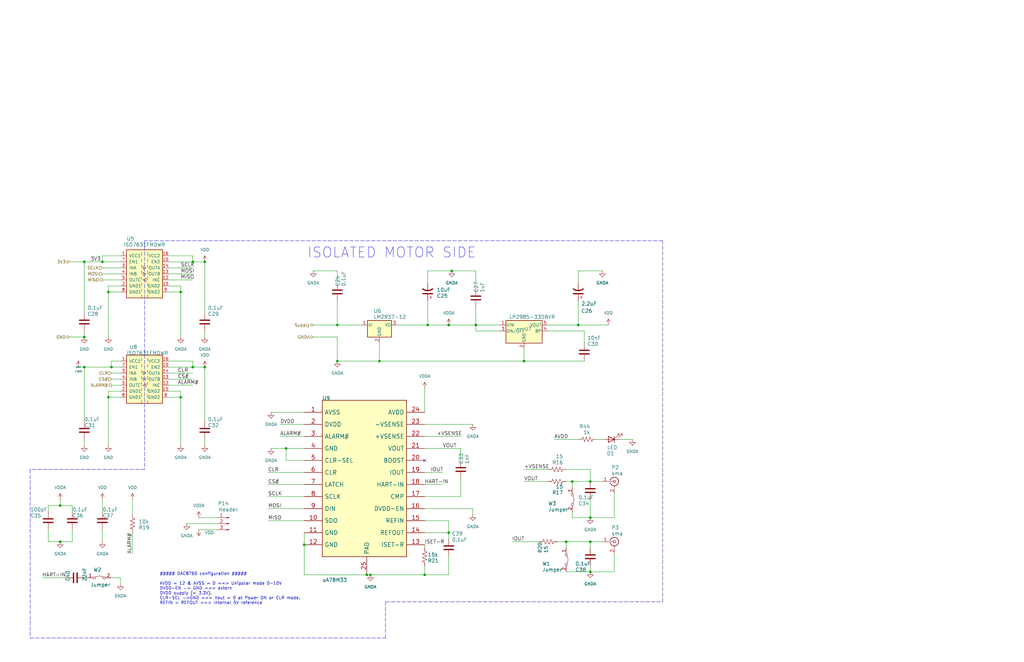
<source format=kicad_sch>
(kicad_sch (version 20211123) (generator eeschema)
  (paper "B")
  (title_block (title "DAC") (date "07 07 2021"))
  (lib_symbols
    (symbol "Connector:Conn_01x03_Male" (pin_names (offset 1.016) hide)
      (property "Reference" "J" (at 0 5.08 0))
      (property "Value" "Conn_01x03_Male" (at 0 -5.08 0))
      (symbol "Conn_01x03_Male_1_1"
        (polyline (pts (xy 1.27 -2.54) (xy 0.8636 -2.54)) (stroke (width 0.1524)))
        (polyline (pts (xy 1.27 0) (xy 0.8636 0)) (stroke (width 0.1524)))
        (polyline (pts (xy 1.27 2.54) (xy 0.8636 2.54)) (stroke (width 0.1524)))
        (rectangle (start 0.8636 -2.413) (end 0 -2.667) (stroke (width 0.1524)) (fill (type outline)))
        (rectangle (start 0.8636 0.127) (end 0 -0.127) (stroke (width 0.1524)) (fill (type outline)))
        (rectangle (start 0.8636 2.667) (end 0 2.413) (stroke (width 0.1524)) (fill (type outline)))
        (pin passive line (at 5.08 2.54 180) (length 3.81) (name "Pin_1") (number "1"))
        (pin passive line (at 5.08 0 180) (length 3.81) (name "Pin_2") (number "2"))
        (pin passive line (at 5.08 -2.54 180) (length 3.81) (name "Pin_3") (number "3"))
      )
    )
    (symbol "Connector:Conn_Coaxial" (pin_names (offset 1.016) hide)
      (property "Reference" "J" (at 0.254 3.048 0))
      (property "Value" "Conn_Coaxial" (at 2.921 0 90))
      (symbol "Conn_Coaxial_0_1"
        (arc (start -1.778 -0.508) (mid 0.222 -1.808) (end 1.778 0) (stroke (width 0.254)))
        (polyline (pts (xy -2.54 0) (xy -0.508 0)))
        (polyline (pts (xy 0 -2.54) (xy 0 -1.778)))
        (circle (center 0 0) (radius 0.508) (stroke (width 0.2032)))
        (arc (start 1.778 0) (mid 0.2221 1.8083) (end -1.778 0.508) (stroke (width 0.254)))
      )
      (symbol "Conn_Coaxial_1_1"
        (pin passive line (at -5.08 0 0) (length 2.54) (name "In") (number "1"))
        (pin passive line (at 0 -5.08 90) (length 2.54) (name "Ext") (number "2"))
      )
    )
    (symbol "DAC8760:DAC8760-" (pin_names (offset 1.016))
      (property "Reference" "U9" (at -40.64 22.86 0))
      (property "Value" "DAC8760" (at -40.64 -53.848 0))
      (symbol "DAC8760-_0_1"
        (rectangle (start -40.64 -43.18) (end -5.08 22.86) (stroke (width 0.254)) (fill (type background)))
        (pin passive line (at -48.26 17.78 0) (length 7.62) (name "AVSS") (number "1"))
        (pin passive line (at -48.26 -27.94 0) (length 7.62) (name "SDO") (number "10"))
        (pin passive line (at -48.26 -33.02 0) (length 7.62) (name "GND") (number "11"))
        (pin passive line (at -48.26 -38.1 0) (length 7.62) (name "GND") (number "12"))
        (pin passive line (at 2.54 -38.1 180) (length 7.62) (name "ISET-R") (number "13"))
        (pin passive line (at 2.54 -33.02 180) (length 7.62) (name "REFOUT") (number "14"))
        (pin passive line (at 2.54 -27.94 180) (length 7.62) (name "REFIN") (number "15"))
        (pin passive line (at 2.54 -22.86 180) (length 7.62) (name "DVDD-EN") (number "16"))
        (pin passive line (at 2.54 -17.78 180) (length 7.62) (name "CMP") (number "17"))
        (pin passive line (at 2.54 -12.7 180) (length 7.62) (name "HART-IN") (number "18"))
        (pin passive line (at 2.54 -7.62 180) (length 7.62) (name "IOUT") (number "19"))
        (pin passive line (at -48.26 12.7 0) (length 7.62) (name "DVDD") (number "2"))
        (pin passive line (at 2.54 -2.54 180) (length 7.62) (name "BOOST") (number "20"))
        (pin passive line (at 2.54 2.54 180) (length 7.62) (name "VOUT") (number "21"))
        (pin passive line (at 2.54 7.62 180) (length 7.62) (name "+VSENSE") (number "22"))
        (pin passive line (at 2.54 12.7 180) (length 7.62) (name "-VSENSE") (number "23"))
        (pin passive line (at 2.54 17.78 180) (length 7.62) (name "AVDD") (number "24"))
        (pin passive line (at -21.844 -50.8 90) (length 7.62) (name "PAD") (number "25"))
        (pin passive line (at -48.26 7.62 0) (length 7.62) (name "ALARM#") (number "3"))
        (pin passive line (at -48.26 2.54 0) (length 7.62) (name "GND") (number "4"))
        (pin passive line (at -48.26 -2.54 0) (length 7.62) (name "CLR-SEL") (number "5"))
        (pin passive line (at -48.26 -7.62 0) (length 7.62) (name "CLR") (number "6"))
        (pin passive line (at -48.26 -12.7 0) (length 7.62) (name "LATCH") (number "7"))
        (pin passive line (at -48.26 -17.78 0) (length 7.62) (name "SCLK") (number "8"))
        (pin passive line (at -48.26 -22.86 0) (length 7.62) (name "DIN") (number "9"))
      )
    )
    (symbol "Device:C" (pin_numbers hide) (pin_names (offset 0.254))
      (property "Reference" "C" (at 0.635 2.54 0))
      (property "Value" "C" (at 0.635 -2.54 0))
      (symbol "C_0_1"
        (polyline (pts (xy -2.032 -0.762) (xy 2.032 -0.762)) (stroke (width 0.508)))
        (polyline (pts (xy -2.032 0.762) (xy 2.032 0.762)) (stroke (width 0.508)))
      )
      (symbol "C_1_1"
        (pin passive line (at 0 3.81 270) (length 2.794) (name "~") (number "1"))
        (pin passive line (at 0 -3.81 90) (length 2.794) (name "~") (number "2"))
      )
    )
    (symbol "Device:C_Polarized_US" (pin_numbers hide) (pin_names (offset 0.254) hide)
      (property "Reference" "C" (at 0.635 2.54 0))
      (property "Value" "C_Polarized_US" (at 0.635 -2.54 0))
      (symbol "C_Polarized_US_0_1"
        (polyline (pts (xy -2.032 0.762) (xy 2.032 0.762)) (stroke (width 0.508)))
        (polyline (pts (xy -1.778 2.286) (xy -0.762 2.286)))
        (polyline (pts (xy -1.27 1.778) (xy -1.27 2.794)))
        (arc (start 2.032 -1.27) (mid 0 -0.5572) (end -2.032 -1.27) (stroke (width 0.508)))
      )
      (symbol "C_Polarized_US_1_1"
        (pin passive line (at 0 3.81 270) (length 2.794) (name "~") (number "1"))
        (pin passive line (at 0 -3.81 90) (length 3.302) (name "~") (number "2"))
      )
    )
    (symbol "Device:LED" (pin_numbers hide) (pin_names (offset 1.016) hide)
      (property "Reference" "D" (at 0 2.54 0))
      (property "Value" "LED" (at 0 -2.54 0))
      (symbol "LED_0_1"
        (polyline (pts (xy -1.27 -1.27) (xy -1.27 1.27)) (stroke (width 0.254)))
        (polyline (pts (xy -1.27 0) (xy 1.27 0)))
        (polyline (pts (xy 1.27 -1.27) (xy 1.27 1.27) (xy -1.27 0) (xy 1.27 -1.27)) (stroke (width 0.254)))
        (polyline (pts (xy -3.048 -0.762) (xy -4.572 -2.286) (xy -3.81 -2.286) (xy -4.572 -2.286) (xy -4.572 -1.524)))
        (polyline (pts (xy -1.778 -0.762) (xy -3.302 -2.286) (xy -2.54 -2.286) (xy -3.302 -2.286) (xy -3.302 -1.524)))
      )
      (symbol "LED_1_1"
        (pin passive line (at -3.81 0 0) (length 2.54) (name "K") (number "1"))
        (pin passive line (at 3.81 0 180) (length 2.54) (name "A") (number "2"))
      )
    )
    (symbol "Device:R_US" (pin_numbers hide) (pin_names (offset 0))
      (property "Reference" "R" (at 2.54 0 90))
      (property "Value" "R_US" (at -2.54 0 90))
      (symbol "R_US_0_1"
        (polyline (pts (xy 0 -2.286) (xy 0 -2.54)))
        (polyline (pts (xy 0 2.286) (xy 0 2.54)))
        (polyline (pts (xy 0 -0.762) (xy 1.016 -1.143) (xy 0 -1.524) (xy -1.016 -1.905) (xy 0 -2.286)))
        (polyline (pts (xy 0 0.762) (xy 1.016 0.381) (xy 0 0) (xy -1.016 -0.381) (xy 0 -0.762)))
        (polyline (pts (xy 0 2.286) (xy 1.016 1.905) (xy 0 1.524) (xy -1.016 1.143) (xy 0 0.762)))
      )
      (symbol "R_US_1_1"
        (pin passive line (at 0 3.81 270) (length 1.27) (name "~") (number "1"))
        (pin passive line (at 0 -3.81 90) (length 1.27) (name "~") (number "2"))
      )
    )
    (symbol "Isolator:ISO7331FC" (pin_names (offset 1.016))
      (property "Reference" "U" (at -6.35 11.43 0))
      (property "Value" "ISO7331FC" (at 6.858 11.43 0))
      (symbol "ISO7331FC_0_1"
        (rectangle (start -7.62 10.16) (end 7.62 -10.16) (stroke (width 0.254)) (fill (type background)))
        (polyline (pts (xy -1.27 -8.89) (xy -1.27 -10.16)))
        (polyline (pts (xy -1.27 -6.35) (xy -1.27 -7.62)))
        (polyline (pts (xy -1.27 -3.81) (xy -1.27 -5.08)))
        (polyline (pts (xy -1.27 -1.27) (xy -1.27 -2.54)))
        (polyline (pts (xy -1.27 1.27) (xy -1.27 0)))
        (polyline (pts (xy -1.27 3.81) (xy -1.27 2.54)))
        (polyline (pts (xy -1.27 6.35) (xy -1.27 5.08)))
        (polyline (pts (xy -1.27 8.89) (xy -1.27 7.62)))
        (polyline (pts (xy 1.27 -8.89) (xy 1.27 -10.16)))
        (polyline (pts (xy 1.27 -6.35) (xy 1.27 -7.62)))
        (polyline (pts (xy 1.27 -3.81) (xy 1.27 -5.08)))
        (polyline (pts (xy 1.27 -1.27) (xy 1.27 -2.54)))
        (polyline (pts (xy 1.27 1.27) (xy 1.27 0)))
        (polyline (pts (xy 1.27 3.81) (xy 1.27 2.54)))
        (polyline (pts (xy 1.27 6.35) (xy 1.27 5.08)))
        (polyline (pts (xy 1.27 8.89) (xy 1.27 7.62)))
        (polyline (pts (xy -0.635 -2.54) (xy 0.635 -1.905) (xy 0.635 -3.175) (xy -0.635 -2.54)))
        (polyline (pts (xy -0.635 0.635) (xy -0.635 -0.635) (xy 0.635 0) (xy -0.635 0.635)))
        (polyline (pts (xy -0.635 3.175) (xy -0.635 1.905) (xy 0.635 2.54) (xy -0.635 3.175)))
      )
      (symbol "ISO7331FC_1_1"
        (pin power_in line (at -10.16 7.62 0) (length 2.54) (name "VCC1") (number "1"))
        (pin input line (at 10.16 5.08 180) (length 2.54) (name "EN2") (number "10"))
        (pin no_connect line (at 0 10.16 270) (length 2.54) hide (name "NC") (number "11"))
        (pin input line (at 10.16 -2.54 180) (length 2.54) (name "INC") (number "12"))
        (pin output line (at 10.16 0 180) (length 2.54) (name "OUTB") (number "13"))
        (pin output line (at 10.16 2.54 180) (length 2.54) (name "OUTA") (number "14"))
        (pin power_in line (at 10.16 -5.08 180) (length 2.54) (name "GND2") (number "15"))
        (pin power_in line (at 10.16 7.62 180) (length 2.54) (name "VCC2") (number "16"))
        (pin power_in line (at -10.16 -5.08 0) (length 2.54) (name "GND1") (number "2"))
        (pin input line (at -10.16 2.54 0) (length 2.54) (name "INA") (number "3"))
        (pin input line (at -10.16 0 0) (length 2.54) (name "INB") (number "4"))
        (pin output line (at -10.16 -2.54 0) (length 2.54) (name "OUTC") (number "5"))
        (pin no_connect line (at 0 -10.16 90) (length 2.54) hide (name "NC") (number "6"))
        (pin input line (at -10.16 5.08 0) (length 2.54) (name "EN1") (number "7"))
        (pin power_in line (at -10.16 -7.62 0) (length 2.54) (name "GND1") (number "8"))
        (pin power_in line (at 10.16 -7.62 180) (length 2.54) (name "GND2") (number "9"))
      )
    )
    (symbol "Jumper:Jumper_2_Bridged" (pin_names (offset 0) hide)
      (property "Reference" "JP" (at 0 1.905 0))
      (property "Value" "Jumper_2_Bridged" (at 0 -2.54 0))
      (symbol "Jumper_2_Bridged_0_0"
        (circle (center -2.032 0) (radius 0.508))
        (circle (center 2.032 0) (radius 0.508))
      )
      (symbol "Jumper_2_Bridged_0_1"
        (arc (start 1.524 0.254) (mid 0 0.762) (end -1.524 0.254))
      )
      (symbol "Jumper_2_Bridged_1_1"
        (pin passive line (at -5.08 0 0) (length 2.54) (name "A") (number "1"))
        (pin passive line (at 5.08 0 180) (length 2.54) (name "B") (number "2"))
      )
    )
    (symbol "Regulator_Linear:LM2937xMP" (pin_names (offset 0.254))
      (property "Reference" "U" (at -3.81 3.175 0))
      (property "Value" "LM2937xMP" (at 0 3.175 0))
      (symbol "LM2937xMP_0_1"
        (rectangle (start -5.08 -5.08) (end 5.08 1.905) (stroke (width 0.254)) (fill (type background)))
      )
      (symbol "LM2937xMP_1_1"
        (pin power_in line (at -7.62 0 0) (length 2.54) (name "VI") (number "1"))
        (pin power_in line (at 0 -7.62 90) (length 2.54) (name "GND") (number "2"))
        (pin power_out line (at 7.62 0 180) (length 2.54) (name "VO") (number "3"))
      )
    )
    (symbol "Regulator_Linear:LP2985-3.3" (pin_names (offset 0.254))
      (property "Reference" "U" (at -6.35 5.715 0))
      (property "Value" "LP2985-3.3" (at 0 5.715 0))
      (symbol "LP2985-3.3_0_1"
        (rectangle (start -7.62 -5.08) (end 7.62 4.445) (stroke (width 0.254)) (fill (type background)))
      )
      (symbol "LP2985-3.3_1_1"
        (pin power_in line (at -10.16 2.54 0) (length 2.54) (name "VIN") (number "1"))
        (pin power_in line (at 0 -7.62 90) (length 2.54) (name "GND") (number "2"))
        (pin input line (at -10.16 0 0) (length 2.54) (name "ON/~{OFF}") (number "3"))
        (pin input line (at 10.16 0 180) (length 2.54) (name "BP") (number "4"))
        (pin power_out line (at 10.16 2.54 180) (length 2.54) (name "VOUT") (number "5"))
      )
    )
    (symbol "power:+3V3" (power) (pin_names (offset 0))
      (property "Value" "+3V3" (at 0 3.556 0))
      (symbol "+3V3_0_1"
        (polyline (pts (xy -0.762 1.27) (xy 0 2.54)))
        (polyline (pts (xy 0 0) (xy 0 2.54)))
        (polyline (pts (xy 0 2.54) (xy 0.762 1.27)))
      )
      (symbol "+3V3_1_1"
        (pin power_in line (at 0 0 90) (length 0) hide (name "+3V3") (number "1"))
      )
    )
    (symbol "power:GND" (power) (pin_names (offset 0))
      (property "Value" "GND" (at 0 -3.81 0))
      (symbol "GND_0_1"
        (polyline (pts (xy 0 0) (xy 0 -1.27) (xy 1.27 -1.27) (xy 0 -2.54) (xy -1.27 -1.27) (xy 0 -1.27)))
      )
      (symbol "GND_1_1"
        (pin power_in line (at 0 0 270) (length 0) hide (name "GND") (number "1"))
      )
    )
    (symbol "power:GNDA" (power) (pin_names (offset 0))
      (property "Value" "GNDA" (at 0 -3.81 0))
      (symbol "GNDA_0_1"
        (polyline (pts (xy 0 0) (xy 0 -1.27) (xy 1.27 -1.27) (xy 0 -2.54) (xy -1.27 -1.27) (xy 0 -1.27)))
      )
      (symbol "GNDA_1_1"
        (pin power_in line (at 0 0 270) (length 0) hide (name "GNDA") (number "1"))
      )
    )
    (symbol "power:VDD" (power) (pin_names (offset 0))
      (property "Value" "VDD" (at 0 3.81 0))
      (symbol "VDD_0_1"
        (polyline (pts (xy -0.762 1.27) (xy 0 2.54)))
        (polyline (pts (xy 0 0) (xy 0 2.54)))
        (polyline (pts (xy 0 2.54) (xy 0.762 1.27)))
      )
      (symbol "VDD_1_1"
        (pin power_in line (at 0 0 90) (length 0) hide (name "VDD") (number "1"))
      )
    )
    (symbol "power:VDDA" (power) (pin_names (offset 0))
      (property "Value" "VDDA" (at 0 3.81 0))
      (symbol "VDDA_0_1"
        (polyline (pts (xy -0.762 1.27) (xy 0 2.54)))
        (polyline (pts (xy 0 0) (xy 0 2.54)))
        (polyline (pts (xy 0 2.54) (xy 0.762 1.27)))
      )
      (symbol "VDDA_1_1"
        (pin power_in line (at 0 0 90) (length 0) hide (name "VDDA") (number "1"))
      )
    )
  )
  (junction (at 45.72 167.64))
  (junction (at 154.686 242.57))
  (junction (at 189.23 224.79))
  (junction (at 190.5 114.3))
  (junction (at 86.36 110.49))
  (junction (at 81.28 154.94))
  (junction (at 238.76 228.6))
  (junction (at 25.4 228.6))
  (junction (at 128.27 229.87))
  (junction (at 189.23 137.16))
  (junction (at 76.2 123.19))
  (junction (at 248.92 228.6))
  (junction (at 25.4 213.36))
  (junction (at 156.21 242.57))
  (junction (at 81.28 110.49))
  (junction (at 86.36 154.94))
  (junction (at 200.66 137.16))
  (junction (at 120.65 189.23))
  (junction (at 45.72 123.19))
  (junction (at 43.18 110.49))
  (junction (at 142.24 152.4))
  (junction (at 248.92 218.44))
  (junction (at 180.34 137.16))
  (junction (at 160.02 152.4))
  (junction (at 179.07 242.57))
  (junction (at 220.98 152.4))
  (junction (at 35.56 142.24))
  (junction (at 248.92 241.3))
  (junction (at 35.56 154.94))
  (junction (at 243.84 137.16))
  (junction (at 142.24 137.16))
  (junction (at 46.99 154.94))
  (junction (at 248.92 203.2))
  (junction (at 35.56 110.49))
  (junction (at 76.2 167.64))
  (junction (at 241.3 203.2))
  (no_connect (at 179.07 194.31))
  (wire (pts (xy 46.99 152.4) (xy 50.8 152.4)))
  (wire (pts (xy 243.84 114.3) (xy 243.84 119.38)))
  (wire (pts (xy 142.24 142.24) (xy 142.24 152.4)))
  (wire (pts (xy 142.24 137.16) (xy 142.24 127)))
  (wire (pts (xy 81.28 157.48) (xy 71.12 157.48)))
  (wire (pts (xy 30.48 213.36) (xy 25.4 213.36)))
  (wire (pts (xy 248.92 228.6) (xy 254 228.6)))
  (wire (pts (xy 246.38 152.4) (xy 220.98 152.4)))
  (wire (pts (xy 43.18 215.9) (xy 43.18 210.82)))
  (wire (pts (xy 71.12 167.64) (xy 76.2 167.64)))
  (wire (pts (xy 200.66 137.16) (xy 200.66 139.7)))
  (polyline (pts (xy 60.96 198.12) (xy 12.7 198.12)))
  (wire (pts (xy 43.18 115.57) (xy 50.8 115.57)))
  (wire (pts (xy 180.34 114.3) (xy 190.5 114.3)))
  (wire (pts (xy 76.2 123.19) (xy 76.2 142.24)))
  (wire (pts (xy 81.28 154.94) (xy 81.28 152.4)))
  (wire (pts (xy 120.65 194.31) (xy 128.27 194.31)))
  (wire (pts (xy 71.12 110.49) (xy 81.28 110.49)))
  (wire (pts (xy 189.23 224.79) (xy 179.07 224.79)))
  (wire (pts (xy 190.5 114.3) (xy 200.66 114.3)))
  (wire (pts (xy 86.36 142.24) (xy 86.36 139.7)))
  (wire (pts (xy 194.31 194.31) (xy 194.31 189.23)))
  (wire (pts (xy 179.07 242.57) (xy 156.21 242.57)))
  (wire (pts (xy 241.3 203.2) (xy 241.3 205.74)))
  (wire (pts (xy 46.99 157.48) (xy 50.8 157.48)))
  (wire (pts (xy 167.64 137.16) (xy 180.34 137.16)))
  (wire (pts (xy 83.82 218.44) (xy 91.44 218.44)))
  (wire (pts (xy 238.76 241.3) (xy 248.92 241.3)))
  (wire (pts (xy 118.11 179.07) (xy 128.27 179.07)))
  (wire (pts (xy 220.98 203.2) (xy 231.14 203.2)))
  (wire (pts (xy 45.72 165.1) (xy 50.8 165.1)))
  (wire (pts (xy 142.24 152.4) (xy 160.02 152.4)))
  (wire (pts (xy 220.98 152.4) (xy 220.98 147.32)))
  (wire (pts (xy 45.72 167.64) (xy 50.8 167.64)))
  (wire (pts (xy 200.66 137.16) (xy 200.66 129.54)))
  (wire (pts (xy 199.39 179.07) (xy 179.07 179.07)))
  (wire (pts (xy 248.92 241.3) (xy 259.08 241.3)))
  (wire (pts (xy 35.56 154.94) (xy 35.56 177.8)))
  (wire (pts (xy 248.92 218.44) (xy 259.08 218.44)))
  (wire (pts (xy 156.21 242.57) (xy 154.686 242.57)))
  (wire (pts (xy 29.21 110.49) (xy 35.56 110.49)))
  (wire (pts (xy 180.34 114.3) (xy 180.34 119.38)))
  (wire (pts (xy 248.92 203.2) (xy 248.92 198.12)))
  (wire (pts (xy 86.36 187.96) (xy 86.36 185.42)))
  (polyline (pts (xy 12.7 269.24) (xy 162.56 269.24)))
  (wire (pts (xy 43.18 223.52) (xy 43.18 228.6)))
  (wire (pts (xy 248.92 198.12) (xy 238.76 198.12)))
  (wire (pts (xy 71.12 154.94) (xy 81.28 154.94)))
  (wire (pts (xy 120.65 189.23) (xy 120.65 194.31)))
  (wire (pts (xy 231.14 137.16) (xy 243.84 137.16)))
  (wire (pts (xy 261.62 185.42) (xy 266.7 185.42)))
  (wire (pts (xy 189.23 224.79) (xy 189.23 227.33)))
  (wire (pts (xy 132.08 142.24) (xy 142.24 142.24)))
  (wire (pts (xy 189.23 137.16) (xy 200.66 137.16)))
  (wire (pts (xy 71.12 118.11) (xy 81.28 118.11)))
  (wire (pts (xy 259.08 218.44) (xy 259.08 208.28)))
  (wire (pts (xy 50.8 243.84) (xy 46.99 243.84)))
  (wire (pts (xy 113.03 209.55) (xy 128.27 209.55)))
  (wire (pts (xy 35.56 154.94) (xy 46.99 154.94)))
  (wire (pts (xy 194.31 209.55) (xy 194.31 201.93)))
  (wire (pts (xy 35.56 142.24) (xy 35.56 139.7)))
  (wire (pts (xy 35.56 110.49) (xy 35.56 132.08)))
  (wire (pts (xy 179.07 238.76) (xy 179.07 242.57)))
  (wire (pts (xy 199.39 214.63) (xy 179.07 214.63)))
  (wire (pts (xy 220.98 152.4) (xy 160.02 152.4)))
  (wire (pts (xy 189.23 234.95) (xy 189.23 242.57)))
  (wire (pts (xy 238.76 228.6) (xy 238.76 231.14)))
  (wire (pts (xy 233.68 185.42) (xy 243.84 185.42)))
  (wire (pts (xy 200.66 139.7) (xy 210.82 139.7)))
  (wire (pts (xy 231.14 139.7) (xy 246.38 139.7)))
  (wire (pts (xy 43.18 107.95) (xy 50.8 107.95)))
  (wire (pts (xy 114.3 189.23) (xy 120.65 189.23)))
  (wire (pts (xy 46.99 162.56) (xy 50.8 162.56)))
  (wire (pts (xy 46.99 154.94) (xy 46.99 152.4)))
  (polyline (pts (xy 279.4 254) (xy 279.4 101.6)))
  (wire (pts (xy 215.9 228.6) (xy 227.33 228.6)))
  (wire (pts (xy 86.36 154.94) (xy 81.28 154.94)))
  (wire (pts (xy 55.88 217.17) (xy 55.88 210.82)))
  (wire (pts (xy 248.92 203.2) (xy 254 203.2)))
  (wire (pts (xy 43.18 110.49) (xy 35.56 110.49)))
  (wire (pts (xy 113.03 204.47) (xy 128.27 204.47)))
  (wire (pts (xy 200.66 137.16) (xy 210.82 137.16)))
  (wire (pts (xy 71.12 113.03) (xy 81.28 113.03)))
  (wire (pts (xy 259.08 241.3) (xy 259.08 233.68)))
  (wire (pts (xy 254 114.3) (xy 243.84 114.3)))
  (wire (pts (xy 194.31 184.15) (xy 179.07 184.15)))
  (wire (pts (xy 76.2 167.64) (xy 76.2 187.96)))
  (wire (pts (xy 81.28 110.49) (xy 86.36 110.49)))
  (wire (pts (xy 251.46 185.42) (xy 254 185.42)))
  (wire (pts (xy 179.07 231.14) (xy 179.07 229.87)))
  (wire (pts (xy 71.12 165.1) (xy 76.2 165.1)))
  (wire (pts (xy 113.03 214.63) (xy 128.27 214.63)))
  (wire (pts (xy 83.82 223.52) (xy 91.44 223.52)))
  (wire (pts (xy 118.11 184.15) (xy 128.27 184.15)))
  (wire (pts (xy 36.83 243.84) (xy 35.56 243.84)))
  (wire (pts (xy 142.24 137.16) (xy 152.4 137.16)))
  (wire (pts (xy 45.72 123.19) (xy 50.8 123.19)))
  (wire (pts (xy 86.36 154.94) (xy 86.36 177.8)))
  (wire (pts (xy 71.12 152.4) (xy 81.28 152.4)))
  (wire (pts (xy 35.56 187.96) (xy 35.56 185.42)))
  (wire (pts (xy 45.72 123.19) (xy 45.72 142.24)))
  (wire (pts (xy 78.74 220.98) (xy 91.44 220.98)))
  (wire (pts (xy 241.3 218.44) (xy 241.3 215.9)))
  (wire (pts (xy 81.28 107.95) (xy 81.28 110.49)))
  (wire (pts (xy 220.98 198.12) (xy 231.14 198.12)))
  (wire (pts (xy 25.4 213.36) (xy 25.4 210.82)))
  (wire (pts (xy 43.18 110.49) (xy 43.18 107.95)))
  (wire (pts (xy 43.18 118.11) (xy 50.8 118.11)))
  (wire (pts (xy 71.12 115.57) (xy 81.28 115.57)))
  (wire (pts (xy 114.3 173.99) (xy 128.27 173.99)))
  (wire (pts (xy 179.07 209.55) (xy 194.31 209.55)))
  (wire (pts (xy 128.27 229.87) (xy 128.27 242.57)))
  (wire (pts (xy 20.32 213.36) (xy 20.32 215.9)))
  (wire (pts (xy 113.03 219.71) (xy 128.27 219.71)))
  (wire (pts (xy 25.4 213.36) (xy 20.32 213.36)))
  (wire (pts (xy 256.54 137.16) (xy 243.84 137.16)))
  (polyline (pts (xy 12.7 198.12) (xy 12.7 269.24)))
  (wire (pts (xy 241.3 203.2) (xy 248.92 203.2)))
  (wire (pts (xy 241.3 218.44) (xy 248.92 218.44)))
  (wire (pts (xy 238.76 203.2) (xy 241.3 203.2)))
  (wire (pts (xy 142.24 114.3) (xy 132.08 114.3)))
  (polyline (pts (xy 162.56 254) (xy 279.4 254)))
  (wire (pts (xy 189.23 219.71) (xy 189.23 224.79)))
  (wire (pts (xy 248.92 218.44) (xy 248.92 210.82)))
  (wire (pts (xy 20.32 228.6) (xy 20.32 223.52)))
  (wire (pts (xy 25.4 228.6) (xy 30.48 228.6)))
  (wire (pts (xy 81.28 162.56) (xy 71.12 162.56)))
  (wire (pts (xy 199.39 217.17) (xy 199.39 214.63)))
  (wire (pts (xy 17.78 243.84) (xy 27.94 243.84)))
  (wire (pts (xy 86.36 110.49) (xy 86.36 132.08)))
  (wire (pts (xy 132.08 137.16) (xy 142.24 137.16)))
  (polyline (pts (xy 60.96 101.6) (xy 60.96 198.12)))
  (wire (pts (xy 128.27 229.87) (xy 128.27 224.79)))
  (wire (pts (xy 76.2 165.1) (xy 76.2 167.64)))
  (wire (pts (xy 248.92 231.14) (xy 248.92 228.6)))
  (wire (pts (xy 154.686 242.57) (xy 128.27 242.57)))
  (wire (pts (xy 234.95 228.6) (xy 238.76 228.6)))
  (wire (pts (xy 45.72 167.64) (xy 45.72 187.96)))
  (wire (pts (xy 55.88 233.68) (xy 55.88 224.79)))
  (wire (pts (xy 29.21 142.24) (xy 35.56 142.24)))
  (wire (pts (xy 81.28 160.02) (xy 71.12 160.02)))
  (wire (pts (xy 179.07 219.71) (xy 189.23 219.71)))
  (wire (pts (xy 113.03 199.39) (xy 128.27 199.39)))
  (wire (pts (xy 43.18 113.03) (xy 50.8 113.03)))
  (polyline (pts (xy 162.56 269.24) (xy 162.56 254)))
  (wire (pts (xy 71.12 120.65) (xy 76.2 120.65)))
  (wire (pts (xy 76.2 120.65) (xy 76.2 123.19)))
  (wire (pts (xy 180.34 127) (xy 180.34 137.16)))
  (wire (pts (xy 186.69 199.39) (xy 179.07 199.39)))
  (wire (pts (xy 71.12 123.19) (xy 76.2 123.19)))
  (wire (pts (xy 30.48 215.9) (xy 30.48 213.36)))
  (wire (pts (xy 180.34 137.16) (xy 189.23 137.16)))
  (wire (pts (xy 189.23 242.57) (xy 179.07 242.57)))
  (polyline (pts (xy 279.4 101.6) (xy 60.96 101.6)))
  (wire (pts (xy 120.65 189.23) (xy 128.27 189.23)))
  (wire (pts (xy 46.99 154.94) (xy 50.8 154.94)))
  (wire (pts (xy 20.32 228.6) (xy 25.4 228.6)))
  (wire (pts (xy 50.8 246.38) (xy 50.8 243.84)))
  (wire (pts (xy 33.02 154.94) (xy 35.56 154.94)))
  (wire (pts (xy 248.92 241.3) (xy 248.92 238.76)))
  (wire (pts (xy 238.76 228.6) (xy 248.92 228.6)))
  (wire (pts (xy 186.69 204.47) (xy 179.07 204.47)))
  (wire (pts (xy 43.18 110.49) (xy 50.8 110.49)))
  (wire (pts (xy 142.24 119.38) (xy 142.24 114.3)))
  (wire (pts (xy 71.12 107.95) (xy 81.28 107.95)))
  (wire (pts (xy 200.66 121.92) (xy 200.66 114.3)))
  (wire (pts (xy 160.02 144.78) (xy 160.02 152.4)))
  (wire (pts (xy 46.99 160.02) (xy 50.8 160.02)))
  (wire (pts (xy 194.31 189.23) (xy 179.07 189.23)))
  (wire (pts (xy 246.38 139.7) (xy 246.38 144.78)))
  (wire (pts (xy 243.84 137.16) (xy 243.84 127)))
  (wire (pts (xy 30.48 223.52) (xy 30.48 228.6)))
  (wire (pts (xy 45.72 165.1) (xy 45.72 167.64)))
  (wire (pts (xy 45.72 120.65) (xy 50.8 120.65)))
  (wire (pts (xy 45.72 120.65) (xy 45.72 123.19)))
  (wire (pts (xy 179.07 163.83) (xy 179.07 173.99)))
  (text "##### DAC8760 configuration #####    \n\nAVDD = 12 & AVSS = 0 ==> Unipolar mode 0-10V  \nDVDD-EN -> GND ==> extern \nDVDD supply (= 3.3V).    \nCLR-SEL ->GND ==> Vout = 0 at Power ON or CLR mode.  \nREFIN = REFOUT ==> Internal 5V reference" (at 67.31 255.27 0) (effects (font (size 1.27 1.27)) (justify left bottom)))
  (text "ISOLATED MOTOR SIDE" (at 129.54 109.22 0) (effects (font (size 4.2672 4.2672)) (justify left bottom)))
  (label "CLR" (at 74.93 157.48 0) (effects (font (size 1.524 1.524))))
  (label "CS#" (at 74.93 160.02 0) (effects (font (size 1.524 1.524))))
  (label "+VSENSE" (at 220.98 198.12 0) (effects (font (size 1.524 1.524))))
  (label "CLR" (at 113.03 199.39 0) (effects (font (size 1.524 1.524))))
  (label "SCLK" (at 76.2 113.03 0) (effects (font (size 1.524 1.524))))
  (label "ALARM#" (at 74.93 162.56 0) (effects (font (size 1.524 1.524))))
  (label "CS#" (at 113.03 204.47 0) (effects (font (size 1.524 1.524))))
  (label "MISO" (at 76.2 118.11 0) (effects (font (size 1.524 1.524))))
  (label "ALARM#" (at 118.11 184.15 0) (effects (font (size 1.524 1.524))))
  (label "AVDD" (at 233.68 185.42 0) (effects (font (size 1.524 1.524))))
  (label "ISET-R" (at 179.07 229.87 0) (effects (font (size 1.524 1.524))))
  (label "DVDD" (at 118.11 179.07 0) (effects (font (size 1.524 1.524))))
  (label "MISO" (at 113.03 219.71 0) (effects (font (size 1.524 1.524))))
  (label "MOSI" (at 113.03 214.63 0) (effects (font (size 1.524 1.524))))
  (label "VOUT" (at 186.69 189.23 0) (effects (font (size 1.524 1.524))))
  (label "HART-IN" (at 179.07 204.47 0) (effects (font (size 1.524 1.524))))
  (label "3V3" (at 38.1 110.49 0) (effects (font (size 1.524 1.524))))
  (label "VOUT" (at 220.98 203.2 0) (effects (font (size 1.524 1.524))))
  (label "HART-IN" (at 17.78 243.84 0) (effects (font (size 1.524 1.524))))
  (label "SCLK" (at 113.03 209.55 0) (effects (font (size 1.524 1.524))))
  (label "IOUT" (at 181.61 199.39 0) (effects (font (size 1.524 1.524))))
  (label "IOUT" (at 215.9 228.6 0) (effects (font (size 1.524 1.524))))
  (label "+VSENSE" (at 184.15 184.15 0) (effects (font (size 1.524 1.524))))
  (label "ALARM#" (at 55.88 233.68 90) (effects (font (size 1.524 1.524))))
  (label "MOSI" (at 76.2 115.57 0) (effects (font (size 1.524 1.524))))
  (hierarchical_label "3V3" (shape bidirectional) (at 29.21 110.49 180))
  (hierarchical_label "Supply" (shape bidirectional) (at 132.08 137.16 180))
  (hierarchical_label "GNDA" (shape bidirectional) (at 132.08 142.24 180))
  (hierarchical_label "GND" (shape bidirectional) (at 29.21 142.24 180))
  (hierarchical_label "SCLK" (shape input) (at 43.18 113.03 180))
  (hierarchical_label "MOSI" (shape input) (at 43.18 115.57 180))
  (hierarchical_label "MISO" (shape output) (at 43.18 118.11 180))
  (hierarchical_label "CLR" (shape input) (at 46.99 157.48 180))
  (hierarchical_label "CS#" (shape input) (at 46.99 160.02 180))
  (hierarchical_label "ALARM#" (shape output) (at 46.99 162.56 180))
  (symbol (lib_id "Device:C") (at 142.24 123.19 0) (unit 1)
    (property "Reference" "C24" (at 143.256 120.904 90) (effects (font (size 1.524 1.524)) (justify left bottom)))
    (property "Value" "0.1uF" (at 145.796 120.904 90) (effects (font (size 1.524 1.524)) (justify left bottom)))
  )
  (symbol (lib_id "Regulator_Linear:LM2937xMP") (at 160.02 137.16 0) (unit 1)
    (property "Reference" "U6" (at 157.48 132.08 0) (effects (font (size 1.524 1.524)) (justify left bottom)))
    (property "Value" "LM2937-12" (at 157.48 134.62 0) (effects (font (size 1.524 1.524)) (justify left bottom)))
    (property "Footprint" "Package_TO_SOT_SMD:SOT-223-3_TabPin2" (effects hide))
    (property "Datasheet" "http://www.ti.com/lit/ds/symlink/lm2937.pdf" (effects hide))
  )
  (symbol (lib_id "Device:C") (at 31.75 243.84 90) (unit 1)
    (property "Reference" "C40" (at 29.464 245.364 0) (effects (font (size 1.524 1.524)) (justify left bottom)))
    (property "Value" "22nF" (at 36.576 245.364 0) (effects (font (size 1.524 1.524)) (justify left bottom)))
  )
  (symbol (lib_id "Device:R_US") (at 234.95 203.2 270) (unit 1)
    (property "Reference" "R17" (at 237.49 207.01 90) (effects (font (size 1.524 1.524)) (justify right top)))
    (property "Value" "15" (at 237.49 204.47 90) (effects (font (size 1.524 1.524)) (justify right top)))
  )
  (symbol (lib_id "Device:R_US") (at 234.95 198.12 270) (unit 1)
    (property "Reference" "R16" (at 237.49 194.31 90) (effects (font (size 1.524 1.524)) (justify right top)))
    (property "Value" "15" (at 237.49 191.77 90) (effects (font (size 1.524 1.524)) (justify right top)))
  )
  (symbol (lib_id "Device:C") (at 189.23 231.14 0) (unit 1)
    (property "Reference" "C39" (at 190.5 226.06 0) (effects (font (size 1.524 1.524)) (justify left bottom)))
    (property "Value" "0.1uF" (at 190.5 228.6 0) (effects (font (size 1.524 1.524)) (justify left bottom)))
  )
  (symbol (lib_id "Connector:Conn_01x03_Male") (at 96.52 220.98 0) (mirror y) (unit 1)
    (property "Reference" "P14" (at 96.52 213.36 0) (effects (font (size 1.524 1.524)) (justify left bottom)))
    (property "Value" "Header" (at 100.33 215.9 0) (effects (font (size 1.524 1.524)) (justify left bottom)))
  )
  (symbol (lib_id "Device:R_US") (at 247.65 185.42 270) (unit 1)
    (property "Reference" "R44" (at 248.92 179.07 90) (effects (font (size 1.524 1.524)) (justify right top)))
    (property "Value" "1k" (at 248.92 181.61 90) (effects (font (size 1.524 1.524)) (justify right top)))
  )
  (symbol (lib_id "Device:LED") (at 257.81 185.42 180) (unit 1)
    (property "Reference" "D1" (at 259.08 190.5 0) (effects (font (size 1.524 1.524)) (justify left bottom)))
    (property "Value" "LED" (at 260.35 187.96 0) (effects (font (size 1.524 1.524)) (justify left bottom)))
  )
  (symbol (lib_id "Jumper:Jumper_2_Bridged") (at 241.3 210.82 270) (unit 1)
    (property "Reference" "W3" (at 231.14 213.36 90) (effects (font (size 1.524 1.524)) (justify left bottom)))
    (property "Value" "Jumper" (at 231.14 215.9 90) (effects (font (size 1.524 1.524)) (justify left bottom)))
  )
  (symbol (lib_id "Jumper:Jumper_2_Bridged") (at 41.91 243.84 0) (unit 1)
    (property "Reference" "W2" (at 39.37 241.3 0) (effects (font (size 1.524 1.524)) (justify left bottom)))
    (property "Value" "Jumper" (at 38.1 247.65 0) (effects (font (size 1.524 1.524)) (justify left bottom)))
  )
  (symbol (lib_id "Jumper:Jumper_2_Bridged") (at 238.76 236.22 270) (unit 1)
    (property "Reference" "W1" (at 228.6 238.76 90) (effects (font (size 1.524 1.524)) (justify left bottom)))
    (property "Value" "Jumper" (at 228.6 241.3 90) (effects (font (size 1.524 1.524)) (justify left bottom)))
  )
  (symbol (lib_id "Device:C") (at 194.31 198.12 0) (unit 1)
    (property "Reference" "C33" (at 195.326 195.834 90) (effects (font (size 1.524 1.524)) (justify left bottom)))
    (property "Value" "1nF" (at 197.866 195.834 90) (effects (font (size 1.524 1.524)) (justify left bottom)))
  )
  (symbol (lib_id "Device:C") (at 248.92 234.95 0) (unit 1)
    (property "Reference" "C38" (at 242.57 241.3 0) (effects (font (size 1.524 1.524)) (justify left bottom)))
    (property "Value" "0.1uF" (at 242.57 238.76 0) (effects (font (size 1.524 1.524)) (justify left bottom)))
  )
  (symbol (lib_id "Device:R_US") (at 231.14 228.6 270) (unit 1)
    (property "Reference" "R20" (at 228.6 233.426 0) (effects (font (size 1.524 1.524)) (justify right top)))
    (property "Value" "15" (at 231.14 233.426 0) (effects (font (size 1.524 1.524)) (justify right top)))
  )
  (symbol (lib_id "Device:C") (at 248.92 207.01 0) (unit 1)
    (property "Reference" "C34" (at 243.84 213.36 0) (effects (font (size 1.524 1.524)) (justify left bottom)))
    (property "Value" "0.1uF" (at 243.84 210.82 0) (effects (font (size 1.524 1.524)) (justify left bottom)))
  )
  (symbol (lib_id "Connector:Conn_Coaxial") (at 259.08 228.6 0) (unit 1)
    (property "Reference" "P3" (at 257.81 223.52 0) (effects (font (size 1.524 1.524)) (justify left bottom)))
    (property "Value" "sma" (at 257.81 226.06 0) (effects (font (size 1.524 1.524)) (justify left bottom)))
    (property "Datasheet" " ~" (effects hide))
  )
  (symbol (lib_id "Device:C") (at 35.56 135.89 0) (unit 1)
    (property "Reference" "C28" (at 36.83 133.35 0) (effects (font (size 1.524 1.524)) (justify left bottom)))
    (property "Value" "0.1uF" (at 36.83 130.81 0) (effects (font (size 1.524 1.524)) (justify left bottom)))
  )
  (symbol (lib_id "Device:C") (at 86.36 135.89 0) (unit 1)
    (property "Reference" "C29" (at 87.63 133.35 0) (effects (font (size 1.524 1.524)) (justify left bottom)))
    (property "Value" "0.1uF" (at 87.63 130.81 0) (effects (font (size 1.524 1.524)) (justify left bottom)))
  )
  (symbol (lib_id "Isolator:ISO7331FC") (at 60.96 115.57 0) (unit 1)
    (property "Reference" "U5" (at 53.34 101.6 0) (effects (font (size 1.524 1.524)) (justify left bottom)))
    (property "Value" "ISO7631FMDWR" (at 52.07 104.14 0) (effects (font (size 1.524 1.524)) (justify left bottom)))
    (property "Footprint" "Package_SO:SOIC-16W_7.5x10.3mm_P1.27mm" (effects hide))
    (property "Datasheet" "http://www.ti.com/general/docs/lit/getliterature.tsp?genericPartNumber=iso7341c&fileType=pdf" (effects hide))
  )
  (symbol (lib_id "Device:C") (at 35.56 181.61 0) (unit 1)
    (property "Reference" "C31" (at 35.56 180.34 0) (effects (font (size 1.524 1.524)) (justify left bottom)))
    (property "Value" "0.1uF" (at 35.56 177.8 0) (effects (font (size 1.524 1.524)) (justify left bottom)))
  )
  (symbol (lib_id "Device:C") (at 86.36 181.61 0) (unit 1)
    (property "Reference" "C32" (at 87.63 180.34 0) (effects (font (size 1.524 1.524)) (justify left bottom)))
    (property "Value" "0.1uF" (at 87.63 177.8 0) (effects (font (size 1.524 1.524)) (justify left bottom)))
  )
  (symbol (lib_id "Isolator:ISO7331FC") (at 60.96 160.02 0) (unit 1)
    (property "Reference" "U8" (at 54.61 147.32 0) (effects (font (size 1.524 1.524)) (justify left bottom)))
    (property "Value" "ISO7631FMDWR" (at 53.34 149.86 0) (effects (font (size 1.524 1.524)) (justify left bottom)))
    (property "Footprint" "Package_SO:SOIC-16W_7.5x10.3mm_P1.27mm" (effects hide))
    (property "Datasheet" "http://www.ti.com/general/docs/lit/getliterature.tsp?genericPartNumber=iso7341c&fileType=pdf" (effects hide))
  )
  (symbol (lib_id "Connector:Conn_Coaxial") (at 259.08 203.2 0) (unit 1)
    (property "Reference" "P2" (at 257.81 198.12 0) (effects (font (size 1.524 1.524)) (justify left bottom)))
    (property "Value" "sma" (at 257.81 200.66 0) (effects (font (size 1.524 1.524)) (justify left bottom)))
    (property "Datasheet" " ~" (effects hide))
  )
  (symbol (lib_id "Device:C_Polarized_US") (at 180.34 123.19 180) (unit 1)
    (property "Reference" "C25" (at 184.15 125.73 0) (effects (font (size 1.524 1.524)) (justify right top)))
    (property "Value" "10uF" (at 184.15 123.19 0) (effects (font (size 1.524 1.524)) (justify right top)))
  )
  (symbol (lib_id "Device:C") (at 200.66 125.73 0) (unit 1)
    (property "Reference" "C27" (at 201.676 123.444 90) (effects (font (size 1.524 1.524)) (justify left bottom)))
    (property "Value" "1uF" (at 204.216 123.444 90) (effects (font (size 1.524 1.524)) (justify left bottom)))
  )
  (symbol (lib_id "Device:C_Polarized_US") (at 243.84 123.19 180) (unit 1)
    (property "Reference" "C26" (at 245.11 132.08 0) (effects (font (size 1.524 1.524)) (justify right top)))
    (property "Value" "2.2uF" (at 245.11 129.032 0) (effects (font (size 1.524 1.524)) (justify right top)))
  )
  (symbol (lib_id "Regulator_Linear:LP2985-3.3") (at 220.98 139.7 0) (unit 1)
    (property "Reference" "U7" (at 220.98 139.7 0) (effects (font (size 1.524 1.524)) (justify left bottom)))
    (property "Value" "LP2985-33DBVR" (at 214.63 134.62 0) (effects (font (size 1.524 1.524)) (justify left bottom)))
    (property "Footprint" "Package_TO_SOT_SMD:SOT-23-5" (effects hide))
    (property "Datasheet" "http://www.ti.com/lit/ds/symlink/lp2985.pdf" (effects hide))
  )
  (symbol (lib_id "Device:R_US") (at 179.07 234.95 0) (unit 1)
    (property "Reference" "R21" (at 180.34 237.49 0) (effects (font (size 1.524 1.524)) (justify left bottom)))
    (property "Value" "15k" (at 180.34 234.95 0) (effects (font (size 1.524 1.524)) (justify left bottom)))
  )
  (symbol (lib_id "Device:R_US") (at 55.88 220.98 0) (unit 1)
    (property "Reference" "R19" (at 58.42 223.52 0) (effects (font (size 1.524 1.524)) (justify left bottom)))
    (property "Value" "10k" (at 58.42 220.98 0) (effects (font (size 1.524 1.524)) (justify left bottom)))
  )
  (symbol (lib_id "Device:C") (at 43.18 219.71 0) (unit 1)
    (property "Reference" "C37" (at 43.18 218.44 0) (effects (font (size 1.524 1.524)) (justify left bottom)))
    (property "Value" "0.1uF" (at 43.18 215.9 0) (effects (font (size 1.524 1.524)) (justify left bottom)))
  )
  (symbol (lib_id "Device:C") (at 30.48 219.71 0) (unit 1)
    (property "Reference" "C36" (at 30.48 218.44 0) (effects (font (size 1.524 1.524)) (justify left bottom)))
    (property "Value" "0.1uF" (at 30.48 215.9 0) (effects (font (size 1.524 1.524)) (justify left bottom)))
  )
  (symbol (lib_id "Device:C") (at 20.32 219.71 0) (unit 1)
    (property "Reference" "C35" (at 12.7 218.44 0) (effects (font (size 1.524 1.524)) (justify left bottom)))
    (property "Value" "100pF" (at 12.7 215.9 0) (effects (font (size 1.524 1.524)) (justify left bottom)))
  )
  (symbol (lib_id "Device:C") (at 246.38 148.59 0) (unit 1)
    (property "Reference" "C30" (at 247.65 146.05 0) (effects (font (size 1.524 1.524)) (justify left bottom)))
    (property "Value" "10nF" (at 247.65 143.51 0) (effects (font (size 1.524 1.524)) (justify left bottom)))
  )
  (symbol (lib_id "DAC8760:DAC8760-") (at 176.53 191.77 0) (unit 1)
    (property "Reference" "U9" (at 135.89 168.91 0) (effects (font (size 1.524 1.524)) (justify left bottom)))
    (property "Value" "uA78M33" (at 135.89 245.618 0) (effects (font (size 1.524 1.524)) (justify left bottom)))
  )
  (symbol (lib_id "power:+3V3") (at 33.02 154.94 0) (unit 1)
    (property "Reference" "3V3" (at 33.02 154.94 0) (effects (font (size 0.508 0.508))))
    (property "Value" "3V3" (at 33.02 156.718 0) (effects (font (size 0.762 0.762))))
  )
  (symbol (lib_id "power:GNDA") (at 114.3 173.99 0) (unit 1)
    (property "Reference" "#PWR0122" (effects hide))
    (property "Value" "GNDA" (at 114.3 179.07 0))
  )
  (symbol (lib_id "power:GNDA") (at 43.18 228.6 0) (unit 1)
    (property "Reference" "#PWR0141" (effects hide))
    (property "Value" "GNDA" (at 43.18 233.68 0))
  )
  (symbol (lib_id "power:GND") (at 35.56 142.24 0) (unit 1)
    (property "Reference" "#PWR0139" (effects hide))
    (property "Value" "GND" (at 35.56 147.32 0))
  )
  (symbol (lib_id "power:GNDA") (at 50.8 246.38 0) (unit 1)
    (property "Reference" "#PWR0134" (effects hide))
    (property "Value" "GNDA" (at 50.8 251.46 0))
  )
  (symbol (lib_id "power:GNDA") (at 142.24 152.4 0) (unit 1)
    (property "Reference" "#PWR0150" (effects hide))
    (property "Value" "GNDA" (at 142.24 157.48 0))
  )
  (symbol (lib_id "power:VDD") (at 43.18 210.82 0) (unit 1)
    (property "Reference" "#PWR0132" (effects hide))
    (property "Value" "VDD" (at 43.18 205.74 0))
  )
  (symbol (lib_id "power:GNDA") (at 25.4 228.6 0) (unit 1)
    (property "Reference" "#PWR0140" (effects hide))
    (property "Value" "GNDA" (at 25.4 233.68 0))
  )
  (symbol (lib_id "power:GNDA") (at 86.36 142.24 0) (unit 1)
    (property "Reference" "#PWR0128" (effects hide))
    (property "Value" "GNDA" (at 86.36 147.32 0))
  )
  (symbol (lib_id "power:GNDA") (at 199.39 179.07 0) (unit 1)
    (property "Reference" "#PWR0145" (effects hide))
    (property "Value" "GNDA" (at 199.39 184.15 0))
  )
  (symbol (lib_id "power:GNDA") (at 86.36 187.96 0) (unit 1)
    (property "Reference" "#PWR0124" (effects hide))
    (property "Value" "GNDA" (at 86.36 193.04 0))
  )
  (symbol (lib_id "power:VDD") (at 86.36 154.94 0) (unit 1)
    (property "Reference" "#PWR0120" (effects hide))
    (property "Value" "VDD" (at 86.36 149.86 0))
  )
  (symbol (lib_id "power:GNDA") (at 132.08 114.3 0) (unit 1)
    (property "Reference" "#PWR0130" (effects hide))
    (property "Value" "GNDA" (at 132.08 119.38 0))
  )
  (symbol (lib_id "power:GND") (at 45.72 142.24 0) (unit 1)
    (property "Reference" "#PWR0138" (effects hide))
    (property "Value" "GND" (at 45.72 147.32 0))
  )
  (symbol (lib_id "power:GND") (at 45.72 187.96 0) (unit 1)
    (property "Reference" "#PWR0137" (effects hide))
    (property "Value" "GND" (at 45.72 193.04 0))
  )
  (symbol (lib_id "power:GND") (at 35.56 187.96 0) (unit 1)
    (property "Reference" "#PWR0136" (effects hide))
    (property "Value" "GND" (at 35.56 193.04 0))
  )
  (symbol (lib_id "power:GNDA") (at 78.74 220.98 0) (unit 1)
    (property "Reference" "#PWR0126" (effects hide))
    (property "Value" "GNDA" (at 78.74 226.06 0))
  )
  (symbol (lib_id "power:GNDA") (at 199.39 217.17 0) (unit 1)
    (property "Reference" "#PWR0147" (effects hide))
    (property "Value" "GNDA" (at 199.39 222.25 0))
  )
  (symbol (lib_id "power:GNDA") (at 156.21 242.57 0) (unit 1)
    (property "Reference" "#PWR0135" (effects hide))
    (property "Value" "GNDA" (at 156.21 247.65 0))
  )
  (symbol (lib_id "power:GNDA") (at 248.92 241.3 0) (unit 1)
    (property "Reference" "#PWR0144" (effects hide))
    (property "Value" "GNDA" (at 248.92 246.38 0))
  )
  (symbol (lib_id "power:GNDA") (at 254 114.3 0) (unit 1)
    (property "Reference" "#PWR0152" (effects hide))
    (property "Value" "GNDA" (at 254 119.38 0))
  )
  (symbol (lib_id "power:GNDA") (at 266.7 185.42 0) (unit 1)
    (property "Reference" "#PWR0153" (effects hide))
    (property "Value" "GNDA" (at 266.7 190.5 0))
  )
  (symbol (lib_id "power:GNDA") (at 248.92 218.44 0) (unit 1)
    (property "Reference" "#PWR0143" (effects hide))
    (property "Value" "GNDA" (at 248.92 223.52 0))
  )
  (symbol (lib_id "power:GNDA") (at 114.3 189.23 0) (unit 1)
    (property "Reference" "#PWR0121" (effects hide))
    (property "Value" "GNDA" (at 114.3 194.31 0))
  )
  (symbol (lib_id "power:GNDA") (at 76.2 142.24 0) (unit 1)
    (property "Reference" "#PWR0129" (effects hide))
    (property "Value" "GNDA" (at 76.2 147.32 0))
  )
  (symbol (lib_id "power:VDD") (at 256.54 137.16 0) (unit 1)
    (property "Reference" "#PWR0151" (effects hide))
    (property "Value" "VDD" (at 256.54 132.08 0))
  )
  (symbol (lib_id "power:VDDA") (at 83.82 218.44 0) (unit 1)
    (property "Reference" "#PWR0125" (effects hide))
    (property "Value" "VDDA" (at 83.82 213.36 0))
  )
  (symbol (lib_id "power:GNDA") (at 190.5 114.3 0) (unit 1)
    (property "Reference" "#PWR0148" (effects hide))
    (property "Value" "GNDA" (at 190.5 119.38 0))
  )
  (symbol (lib_id "power:VDDA") (at 189.23 137.16 0) (unit 1)
    (property "Reference" "#PWR0149" (effects hide))
    (property "Value" "VDDA" (at 189.23 132.08 0))
  )
  (symbol (lib_id "power:VDD") (at 83.82 223.52 180) (unit 1)
    (property "Reference" "#PWR0127" (effects hide))
    (property "Value" "VDD" (at 86.36 224.7899 0) (effects (justify right)))
  )
  (symbol (lib_id "power:GNDA") (at 76.2 187.96 0) (unit 1)
    (property "Reference" "#PWR0123" (effects hide))
    (property "Value" "GNDA" (at 76.2 193.04 0))
  )
  (symbol (lib_id "power:VDD") (at 55.88 210.82 0) (unit 1)
    (property "Reference" "#PWR0133" (effects hide))
    (property "Value" "VDD" (at 55.88 205.74 0))
  )
  (symbol (lib_id "power:VDDA") (at 179.07 163.83 0) (unit 1)
    (property "Reference" "#PWR0146" (effects hide))
    (property "Value" "VDDA" (at 179.07 158.75 0))
  )
  (symbol (lib_id "power:VDDA") (at 25.4 210.82 0) (unit 1)
    (property "Reference" "#PWR0142" (effects hide))
    (property "Value" "VDDA" (at 25.4 205.74 0))
  )
  (symbol (lib_id "power:VDD") (at 86.36 110.49 0) (unit 1)
    (property "Reference" "#PWR0131" (effects hide))
    (property "Value" "VDD" (at 86.36 105.41 0))
  )
)
</source>
